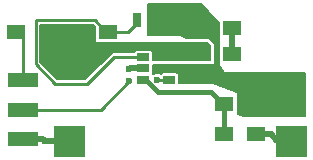
<source format=gtl>
G04 #@! TF.FileFunction,Copper,L1,Top,Signal*
%FSLAX46Y46*%
G04 Gerber Fmt 4.6, Leading zero omitted, Abs format (unit mm)*
G04 Created by KiCad (PCBNEW 4.0.2-stable) date 3/12/2016 11:36:09 PM*
%MOMM*%
G01*
G04 APERTURE LIST*
%ADD10C,0.100000*%
%ADD11R,2.500000X1.200000*%
%ADD12R,1.500000X1.250000*%
%ADD13R,2.670000X2.540000*%
%ADD14R,0.762000X1.270000*%
%ADD15R,1.500000X1.300000*%
%ADD16R,1.060000X0.650000*%
%ADD17C,0.600000*%
%ADD18C,0.500000*%
%ADD19C,0.254000*%
%ADD20C,0.250000*%
%ADD21C,0.400000*%
%ADD22C,0.152400*%
%ADD23C,0.025400*%
G04 APERTURE END LIST*
D10*
D11*
X153797000Y-105537000D03*
X153797000Y-103037000D03*
X153797000Y-108037000D03*
D12*
X168993500Y-100787200D03*
X171493500Y-100787200D03*
X168993500Y-98615500D03*
X171493500Y-98615500D03*
D13*
X165800000Y-97980500D03*
D14*
X163449000Y-97980500D03*
D12*
X158516000Y-98933000D03*
X161016000Y-98933000D03*
D15*
X173562000Y-107632500D03*
X170862000Y-107632500D03*
X173562000Y-105092500D03*
X170862000Y-105092500D03*
X155972500Y-98933000D03*
X153272500Y-98933000D03*
D16*
X164020500Y-101094500D03*
X164020500Y-102044500D03*
X164020500Y-102994500D03*
X166220500Y-102994500D03*
X166220500Y-101094500D03*
X166220500Y-102044500D03*
D17*
X155714000Y-108204000D03*
X174812000Y-107632500D03*
X171493500Y-99720400D03*
X162814000Y-102108000D03*
X162814000Y-103124000D03*
X165222482Y-103001518D03*
D18*
X155714000Y-108204000D02*
X157480000Y-108204000D01*
X155547000Y-108037000D02*
X155714000Y-108204000D01*
X153797000Y-108037000D02*
X155547000Y-108037000D01*
X174812000Y-107632500D02*
X175383500Y-108204000D01*
X173562000Y-107632500D02*
X174812000Y-107632500D01*
X175383500Y-108204000D02*
X176276000Y-108204000D01*
X171493500Y-101092000D02*
X171493500Y-99822000D01*
X171493500Y-98615500D02*
X171493500Y-99822000D01*
X164020500Y-102044500D02*
X162877500Y-102044500D01*
X162877500Y-102044500D02*
X162814000Y-102108000D01*
X153797000Y-108037000D02*
X153147000Y-108037000D01*
X157734000Y-101346000D02*
X157734000Y-101600000D01*
X157226000Y-100838000D02*
X157734000Y-101346000D01*
X157226000Y-98933000D02*
X158516000Y-98933000D01*
X155972500Y-98933000D02*
X157226000Y-98933000D01*
X157226000Y-98933000D02*
X157226000Y-100838000D01*
X158516000Y-98933000D02*
X158641000Y-98933000D01*
X158641000Y-98933000D02*
X159977500Y-100269500D01*
X159977500Y-100269500D02*
X165190500Y-100269500D01*
X165190500Y-100269500D02*
X166015500Y-101094500D01*
X166015500Y-101094500D02*
X166220500Y-101094500D01*
X168993500Y-101092000D02*
X166223000Y-101092000D01*
X166223000Y-101092000D02*
X166220500Y-101094500D01*
D19*
X176085500Y-105092500D02*
X176276000Y-104902000D01*
X173562000Y-105092500D02*
X176085500Y-105092500D01*
X173562000Y-105092500D02*
X173462000Y-105092500D01*
X173462000Y-105092500D02*
X170536501Y-102167001D01*
X170536501Y-102167001D02*
X170103501Y-102167001D01*
X168993500Y-98615500D02*
X169118500Y-98615500D01*
X169118500Y-98615500D02*
X170193501Y-99690501D01*
X170103501Y-102167001D02*
X167373001Y-102167001D01*
X170193501Y-99690501D02*
X170193501Y-102077001D01*
X170193501Y-102077001D02*
X170103501Y-102167001D01*
X167373001Y-102167001D02*
X167250500Y-102044500D01*
X167250500Y-102044500D02*
X166220500Y-102044500D01*
X168993500Y-98615500D02*
X166435000Y-98615500D01*
X166435000Y-98615500D02*
X165800000Y-97980500D01*
X161016000Y-98933000D02*
X162750500Y-98933000D01*
X162750500Y-98933000D02*
X163449000Y-98234500D01*
D20*
X163449000Y-98234500D02*
X163449000Y-97980500D01*
D19*
X159258000Y-103378000D02*
X156573002Y-103378000D01*
X156573002Y-103378000D02*
X154897499Y-101702497D01*
X159915999Y-97957999D02*
X160891000Y-98933000D01*
D20*
X154897499Y-101702497D02*
X154897499Y-98022999D01*
D19*
X154897499Y-98022999D02*
X154962499Y-97957999D01*
D20*
X154962499Y-97957999D02*
X159915999Y-97957999D01*
D19*
X161541500Y-101094500D02*
X159258000Y-103378000D01*
X164020500Y-101094500D02*
X161541500Y-101094500D01*
D20*
X160891000Y-98933000D02*
X161016000Y-98933000D01*
D21*
X170862000Y-105092500D02*
X170862000Y-107632500D01*
X169746000Y-104076500D02*
X165307500Y-104076500D01*
X165307500Y-104076500D02*
X164225500Y-102994500D01*
X164225500Y-102994500D02*
X164020500Y-102994500D01*
X170862000Y-105092500D02*
X170762000Y-105092500D01*
X170762000Y-105092500D02*
X169746000Y-104076500D01*
D19*
X165222482Y-103001518D02*
X166213482Y-103001518D01*
X160401000Y-105537000D02*
X162814000Y-103124000D01*
X153797000Y-105537000D02*
X160401000Y-105537000D01*
D20*
X166213482Y-103001518D02*
X166220500Y-102994500D01*
X166159500Y-102933500D02*
X166220500Y-102994500D01*
D19*
X153797000Y-103037000D02*
X153797000Y-99457500D01*
X153797000Y-99457500D02*
X153272500Y-98933000D01*
D22*
G36*
X159943800Y-98556010D02*
X159943800Y-99822000D01*
X159949803Y-99851646D01*
X159966868Y-99876621D01*
X159992305Y-99892989D01*
X160020000Y-99898200D01*
X169390412Y-99898200D01*
X169646600Y-100111690D01*
X169646600Y-101371400D01*
X164832111Y-101371400D01*
X164832111Y-100769500D01*
X164812852Y-100667146D01*
X164752361Y-100573141D01*
X164660062Y-100510076D01*
X164550500Y-100487889D01*
X163490500Y-100487889D01*
X163388146Y-100507148D01*
X163294141Y-100567639D01*
X163231076Y-100659938D01*
X163224725Y-100691300D01*
X161541500Y-100691300D01*
X161387202Y-100721992D01*
X161256395Y-100809394D01*
X159090990Y-102974800D01*
X156740013Y-102974800D01*
X155298699Y-101533487D01*
X155298699Y-98359199D01*
X159746989Y-98359199D01*
X159943800Y-98556010D01*
X159943800Y-98556010D01*
G37*
X159943800Y-98556010D02*
X159943800Y-99822000D01*
X159949803Y-99851646D01*
X159966868Y-99876621D01*
X159992305Y-99892989D01*
X160020000Y-99898200D01*
X169390412Y-99898200D01*
X169646600Y-100111690D01*
X169646600Y-101371400D01*
X164832111Y-101371400D01*
X164832111Y-100769500D01*
X164812852Y-100667146D01*
X164752361Y-100573141D01*
X164660062Y-100510076D01*
X164550500Y-100487889D01*
X163490500Y-100487889D01*
X163388146Y-100507148D01*
X163294141Y-100567639D01*
X163231076Y-100659938D01*
X163224725Y-100691300D01*
X161541500Y-100691300D01*
X161387202Y-100721992D01*
X161256395Y-100809394D01*
X159090990Y-102974800D01*
X156740013Y-102974800D01*
X155298699Y-101533487D01*
X155298699Y-98359199D01*
X159746989Y-98359199D01*
X159943800Y-98556010D01*
D23*
G36*
X177787300Y-109461300D02*
X175272700Y-109461300D01*
X175272700Y-106946700D01*
X177787300Y-106946700D01*
X177787300Y-109461300D01*
X177787300Y-109461300D01*
G37*
X177787300Y-109461300D02*
X175272700Y-109461300D01*
X175272700Y-106946700D01*
X177787300Y-106946700D01*
X177787300Y-109461300D01*
D22*
G36*
X170380118Y-98097882D02*
X170399922Y-98112155D01*
X170458627Y-98141508D01*
X170458627Y-99240500D01*
X170459400Y-99244608D01*
X170459400Y-100158383D01*
X170458627Y-100162200D01*
X170458627Y-101412200D01*
X170459400Y-101416308D01*
X170459400Y-101904800D01*
X170465403Y-101934446D01*
X170478647Y-101955425D01*
X170885047Y-102412625D01*
X170909230Y-102430794D01*
X170942000Y-102438200D01*
X177723800Y-102438200D01*
X177723800Y-106095800D01*
X172483988Y-106095800D01*
X172034200Y-105870906D01*
X172034200Y-104140000D01*
X172028197Y-104110354D01*
X172011132Y-104085379D01*
X171984756Y-104068652D01*
X169952756Y-103306652D01*
X169926000Y-103301800D01*
X167035373Y-103301800D01*
X167035373Y-102669500D01*
X167015891Y-102565961D01*
X166954699Y-102470866D01*
X166861332Y-102407071D01*
X166750500Y-102384627D01*
X165690500Y-102384627D01*
X165586961Y-102404109D01*
X165491866Y-102465301D01*
X165480843Y-102481434D01*
X165338237Y-102422219D01*
X165107738Y-102422018D01*
X164894707Y-102510040D01*
X164871400Y-102533306D01*
X164871400Y-101777800D01*
X170027600Y-101777800D01*
X170057246Y-101771797D01*
X170082221Y-101754732D01*
X170098589Y-101729295D01*
X170103800Y-101701600D01*
X170103800Y-100025200D01*
X170097797Y-99995554D01*
X170078575Y-99968561D01*
X169570575Y-99511361D01*
X169544523Y-99495991D01*
X169519600Y-99491800D01*
X167657988Y-99491800D01*
X167166078Y-99245845D01*
X167132000Y-99237800D01*
X164414200Y-99237800D01*
X164414200Y-96596200D01*
X168878436Y-96596200D01*
X170380118Y-98097882D01*
X170380118Y-98097882D01*
G37*
X170380118Y-98097882D02*
X170399922Y-98112155D01*
X170458627Y-98141508D01*
X170458627Y-99240500D01*
X170459400Y-99244608D01*
X170459400Y-100158383D01*
X170458627Y-100162200D01*
X170458627Y-101412200D01*
X170459400Y-101416308D01*
X170459400Y-101904800D01*
X170465403Y-101934446D01*
X170478647Y-101955425D01*
X170885047Y-102412625D01*
X170909230Y-102430794D01*
X170942000Y-102438200D01*
X177723800Y-102438200D01*
X177723800Y-106095800D01*
X172483988Y-106095800D01*
X172034200Y-105870906D01*
X172034200Y-104140000D01*
X172028197Y-104110354D01*
X172011132Y-104085379D01*
X171984756Y-104068652D01*
X169952756Y-103306652D01*
X169926000Y-103301800D01*
X167035373Y-103301800D01*
X167035373Y-102669500D01*
X167015891Y-102565961D01*
X166954699Y-102470866D01*
X166861332Y-102407071D01*
X166750500Y-102384627D01*
X165690500Y-102384627D01*
X165586961Y-102404109D01*
X165491866Y-102465301D01*
X165480843Y-102481434D01*
X165338237Y-102422219D01*
X165107738Y-102422018D01*
X164894707Y-102510040D01*
X164871400Y-102533306D01*
X164871400Y-101777800D01*
X170027600Y-101777800D01*
X170057246Y-101771797D01*
X170082221Y-101754732D01*
X170098589Y-101729295D01*
X170103800Y-101701600D01*
X170103800Y-100025200D01*
X170097797Y-99995554D01*
X170078575Y-99968561D01*
X169570575Y-99511361D01*
X169544523Y-99495991D01*
X169519600Y-99491800D01*
X167657988Y-99491800D01*
X167166078Y-99245845D01*
X167132000Y-99237800D01*
X164414200Y-99237800D01*
X164414200Y-96596200D01*
X168878436Y-96596200D01*
X170380118Y-98097882D01*
D23*
G36*
X158991300Y-109461300D02*
X156476700Y-109461300D01*
X156476700Y-106946700D01*
X158991300Y-106946700D01*
X158991300Y-109461300D01*
X158991300Y-109461300D01*
G37*
X158991300Y-109461300D02*
X156476700Y-109461300D01*
X156476700Y-106946700D01*
X158991300Y-106946700D01*
X158991300Y-109461300D01*
M02*

</source>
